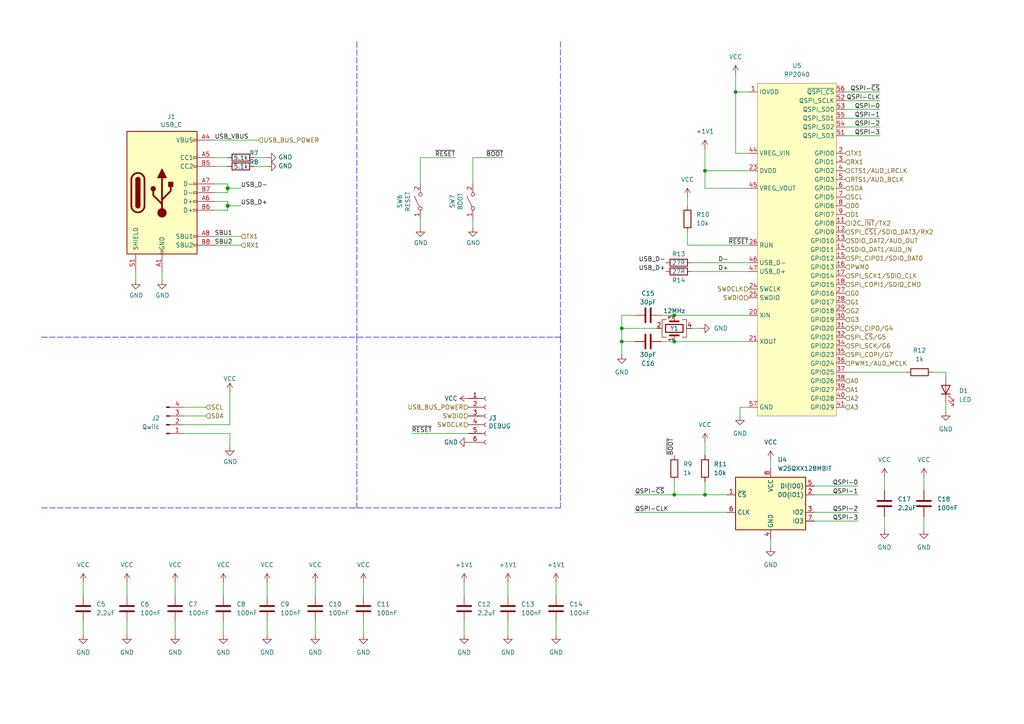
<source format=kicad_sch>
(kicad_sch (version 20211123) (generator eeschema)
  (paper "A4")
  (title_block (title "RP2040 base circuit") (date "2022-06-12") (rev "1.0") (comment 1 "CC-BY-SA"))
  (lib_symbols
    (symbol "Connector:Conn_01x04_Male" (pin_names (offset 1.016) hide)
      (property "Reference" "J" (at 0 5.08 0))
      (property "Value" "Conn_01x04_Male" (at 0 -7.62 0))
      (symbol "Conn_01x04_Male_1_1"
        (polyline (pts (xy 1.27 -5.08) (xy 0.8636 -5.08)) (stroke (width 0.1524)))
        (polyline (pts (xy 1.27 -2.54) (xy 0.8636 -2.54)) (stroke (width 0.1524)))
        (polyline (pts (xy 1.27 0) (xy 0.8636 0)) (stroke (width 0.1524)))
        (polyline (pts (xy 1.27 2.54) (xy 0.8636 2.54)) (stroke (width 0.1524)))
        (rectangle (start 0.8636 -4.953) (end 0 -5.207) (stroke (width 0.1524)) (fill (type outline)))
        (rectangle (start 0.8636 -2.413) (end 0 -2.667) (stroke (width 0.1524)) (fill (type outline)))
        (rectangle (start 0.8636 0.127) (end 0 -0.127) (stroke (width 0.1524)) (fill (type outline)))
        (rectangle (start 0.8636 2.667) (end 0 2.413) (stroke (width 0.1524)) (fill (type outline)))
        (pin passive line (at 5.08 2.54 180) (length 3.81) (name "Pin_1") (number "1"))
        (pin passive line (at 5.08 0 180) (length 3.81) (name "Pin_2") (number "2"))
        (pin passive line (at 5.08 -2.54 180) (length 3.81) (name "Pin_3") (number "3"))
        (pin passive line (at 5.08 -5.08 180) (length 3.81) (name "Pin_4") (number "4"))
      )
    )
    (symbol "Connector:Conn_01x06_Female" (pin_names (offset 1.016) hide)
      (property "Reference" "J" (at 0 7.62 0))
      (property "Value" "Conn_01x06_Female" (at 0 -10.16 0))
      (symbol "Conn_01x06_Female_1_1"
        (arc (start 0 -7.112) (mid -0.508 -7.62) (end 0 -8.128) (stroke (width 0.1524)))
        (arc (start 0 -4.572) (mid -0.508 -5.08) (end 0 -5.588) (stroke (width 0.1524)))
        (arc (start 0 -2.032) (mid -0.508 -2.54) (end 0 -3.048) (stroke (width 0.1524)))
        (polyline (pts (xy -1.27 -7.62) (xy -0.508 -7.62)) (stroke (width 0.1524)))
        (polyline (pts (xy -1.27 -5.08) (xy -0.508 -5.08)) (stroke (width 0.1524)))
        (polyline (pts (xy -1.27 -2.54) (xy -0.508 -2.54)) (stroke (width 0.1524)))
        (polyline (pts (xy -1.27 0) (xy -0.508 0)) (stroke (width 0.1524)))
        (polyline (pts (xy -1.27 2.54) (xy -0.508 2.54)) (stroke (width 0.1524)))
        (polyline (pts (xy -1.27 5.08) (xy -0.508 5.08)) (stroke (width 0.1524)))
        (arc (start 0 0.508) (mid -0.508 0) (end 0 -0.508) (stroke (width 0.1524)))
        (arc (start 0 3.048) (mid -0.508 2.54) (end 0 2.032) (stroke (width 0.1524)))
        (arc (start 0 5.588) (mid -0.508 5.08) (end 0 4.572) (stroke (width 0.1524)))
        (pin passive line (at -5.08 5.08 0) (length 3.81) (name "Pin_1") (number "1"))
        (pin passive line (at -5.08 2.54 0) (length 3.81) (name "Pin_2") (number "2"))
        (pin passive line (at -5.08 0 0) (length 3.81) (name "Pin_3") (number "3"))
        (pin passive line (at -5.08 -2.54 0) (length 3.81) (name "Pin_4") (number "4"))
        (pin passive line (at -5.08 -5.08 0) (length 3.81) (name "Pin_5") (number "5"))
        (pin passive line (at -5.08 -7.62 0) (length 3.81) (name "Pin_6") (number "6"))
      )
    )
    (symbol "Device:C" (pin_numbers hide) (pin_names (offset 0.254))
      (property "Reference" "C" (at 0.635 2.54 0))
      (property "Value" "C" (at 0.635 -2.54 0))
      (symbol "C_0_1"
        (polyline (pts (xy -2.032 -0.762) (xy 2.032 -0.762)) (stroke (width 0.508)))
        (polyline (pts (xy -2.032 0.762) (xy 2.032 0.762)) (stroke (width 0.508)))
      )
      (symbol "C_1_1"
        (pin passive line (at 0 3.81 270) (length 2.794) (name "~") (number "1"))
        (pin passive line (at 0 -3.81 90) (length 2.794) (name "~") (number "2"))
      )
    )
    (symbol "Device:Crystal_GND24" (pin_names (offset 1.016) hide)
      (property "Reference" "Y" (at 3.175 5.08 0))
      (property "Value" "Crystal_GND24" (at 3.175 3.175 0))
      (symbol "Crystal_GND24_0_1"
        (rectangle (start -1.143 2.54) (end 1.143 -2.54) (stroke (width 0.3048)))
        (polyline (pts (xy -2.54 0) (xy -2.032 0)))
        (polyline (pts (xy -2.032 -1.27) (xy -2.032 1.27)) (stroke (width 0.508)))
        (polyline (pts (xy 0 -3.81) (xy 0 -3.556)))
        (polyline (pts (xy 0 3.556) (xy 0 3.81)))
        (polyline (pts (xy 2.032 -1.27) (xy 2.032 1.27)) (stroke (width 0.508)))
        (polyline (pts (xy 2.032 0) (xy 2.54 0)))
        (polyline (pts (xy -2.54 -2.286) (xy -2.54 -3.556) (xy 2.54 -3.556) (xy 2.54 -2.286)))
        (polyline (pts (xy -2.54 2.286) (xy -2.54 3.556) (xy 2.54 3.556) (xy 2.54 2.286)))
      )
      (symbol "Crystal_GND24_1_1"
        (pin passive line (at -3.81 0 0) (length 1.27) (name "1") (number "1"))
        (pin passive line (at 0 5.08 270) (length 1.27) (name "2") (number "2"))
        (pin passive line (at 3.81 0 180) (length 1.27) (name "3") (number "3"))
        (pin passive line (at 0 -5.08 90) (length 1.27) (name "4") (number "4"))
      )
    )
    (symbol "Device:LED" (pin_numbers hide) (pin_names (offset 1.016) hide)
      (property "Reference" "D" (at 0 2.54 0))
      (property "Value" "LED" (at 0 -2.54 0))
      (symbol "LED_0_1"
        (polyline (pts (xy -1.27 -1.27) (xy -1.27 1.27)) (stroke (width 0.254)))
        (polyline (pts (xy -1.27 0) (xy 1.27 0)))
        (polyline (pts (xy 1.27 -1.27) (xy 1.27 1.27) (xy -1.27 0) (xy 1.27 -1.27)) (stroke (width 0.254)))
        (polyline (pts (xy -3.048 -0.762) (xy -4.572 -2.286) (xy -3.81 -2.286) (xy -4.572 -2.286) (xy -4.572 -1.524)))
        (polyline (pts (xy -1.778 -0.762) (xy -3.302 -2.286) (xy -2.54 -2.286) (xy -3.302 -2.286) (xy -3.302 -1.524)))
      )
      (symbol "LED_1_1"
        (pin passive line (at -3.81 0 0) (length 2.54) (name "K") (number "1"))
        (pin passive line (at 3.81 0 180) (length 2.54) (name "A") (number "2"))
      )
    )
    (symbol "Device:R" (pin_numbers hide) (pin_names (offset 0))
      (property "Reference" "R" (at 2.032 0 90))
      (property "Value" "R" (at 0 0 90))
      (symbol "R_0_1"
        (rectangle (start -1.016 -2.54) (end 1.016 2.54) (stroke (width 0.254)))
      )
      (symbol "R_1_1"
        (pin passive line (at 0 3.81 270) (length 1.27) (name "~") (number "1"))
        (pin passive line (at 0 -3.81 90) (length 1.27) (name "~") (number "2"))
      )
    )
    (symbol "MCU_RaspberryPi:RP2040"
      (property "Reference" "U" (at 11.43 1.27 0))
      (property "Value" "RP2040" (at 0 -97.79 0))
      (symbol "RP2040_0_0"
        (pin power_in line (at -13.97 -2.54 0) (length 2.54) (name "IOVDD") (number "1"))
        (pin passive line (at -13.97 -2.54 0) (length 2.54) hide (name "IOVDD") (number "10"))
        (pin bidirectional line (at 13.97 -40.64 180) (length 2.54) (name "GPIO8") (number "11"))
        (pin bidirectional line (at 13.97 -20.32 180) (length 2.54) (name "GPIO0") (number "2"))
        (pin bidirectional line (at 13.97 -22.86 180) (length 2.54) (name "GPIO1") (number "3"))
        (pin bidirectional line (at 13.97 -25.4 180) (length 2.54) (name "GPIO2") (number "4"))
        (pin bidirectional line (at 13.97 -27.94 180) (length 2.54) (name "GPIO3") (number "5"))
        (pin bidirectional line (at 13.97 -30.48 180) (length 2.54) (name "GPIO4") (number "6"))
        (pin bidirectional line (at 13.97 -33.02 180) (length 2.54) (name "GPIO5") (number "7"))
        (pin bidirectional line (at 13.97 -35.56 180) (length 2.54) (name "GPIO6") (number "8"))
        (pin bidirectional line (at 13.97 -38.1 180) (length 2.54) (name "GPIO7") (number "9"))
      )
      (symbol "RP2040_0_1"
        (rectangle (start -11.43 0) (end 11.43 -96.52) (stroke (width 0.001)) (fill (type background)))
      )
      (symbol "RP2040_1_1"
        (pin bidirectional line (at 13.97 -43.18 180) (length 2.54) (name "GPIO9") (number "12"))
        (pin bidirectional line (at 13.97 -45.72 180) (length 2.54) (name "GPIO10") (number "13"))
        (pin bidirectional line (at 13.97 -48.26 180) (length 2.54) (name "GPIO11") (number "14"))
        (pin bidirectional line (at 13.97 -50.8 180) (length 2.54) (name "GPIO12") (number "15"))
        (pin bidirectional line (at 13.97 -53.34 180) (length 2.54) (name "GPIO13") (number "16"))
        (pin bidirectional line (at 13.97 -55.88 180) (length 2.54) (name "GPIO14") (number "17"))
        (pin bidirectional line (at 13.97 -58.42 180) (length 2.54) (name "GPIO15") (number "18"))
        (pin passive line (at -13.97 -93.98 0) (length 2.54) hide (name "TESTEN") (number "19"))
        (pin input line (at -13.97 -67.31 0) (length 2.54) (name "XIN") (number "20"))
        (pin output line (at -13.97 -74.93 0) (length 2.54) (name "XOUT") (number "21"))
        (pin passive line (at -13.97 -2.54 0) (length 2.54) hide (name "IOVDD") (number "22"))
        (pin power_in line (at -13.97 -25.4 0) (length 2.54) (name "DVDD") (number "23"))
        (pin input line (at -13.97 -59.69 0) (length 2.54) (name "SWCLK") (number "24"))
        (pin bidirectional line (at -13.97 -62.23 0) (length 2.54) (name "SWDIO") (number "25"))
        (pin input line (at -13.97 -46.99 0) (length 2.54) (name "RUN") (number "26"))
        (pin bidirectional line (at 13.97 -60.96 180) (length 2.54) (name "GPIO16") (number "27"))
        (pin bidirectional line (at 13.97 -63.5 180) (length 2.54) (name "GPIO17") (number "28"))
        (pin bidirectional line (at 13.97 -66.04 180) (length 2.54) (name "GPIO18") (number "29"))
        (pin bidirectional line (at 13.97 -68.58 180) (length 2.54) (name "GPIO19") (number "30"))
        (pin bidirectional line (at 13.97 -71.12 180) (length 2.54) (name "GPIO20") (number "31"))
        (pin bidirectional line (at 13.97 -73.66 180) (length 2.54) (name "GPIO21") (number "32"))
        (pin passive line (at -13.97 -2.54 0) (length 2.54) hide (name "IOVDD") (number "33"))
        (pin bidirectional line (at 13.97 -76.2 180) (length 2.54) (name "GPIO22") (number "34"))
        (pin bidirectional line (at 13.97 -78.74 180) (length 2.54) (name "GPIO23") (number "35"))
        (pin bidirectional line (at 13.97 -81.28 180) (length 2.54) (name "GPIO24") (number "36"))
        (pin bidirectional line (at 13.97 -83.82 180) (length 2.54) (name "GPIO25") (number "37"))
        (pin bidirectional line (at 13.97 -86.36 180) (length 2.54) (name "GPIO26") (number "38"))
        (pin bidirectional line (at 13.97 -88.9 180) (length 2.54) (name "GPIO27") (number "39"))
        (pin bidirectional line (at 13.97 -91.44 180) (length 2.54) (name "GPIO28") (number "40"))
        (pin bidirectional line (at 13.97 -93.98 180) (length 2.54) (name "GPIO29") (number "41"))
        (pin passive line (at -13.97 -2.54 0) (length 2.54) hide (name "IOVDD") (number "42"))
        (pin passive line (at -13.97 -2.54 0) (length 2.54) hide (name "ADC_AVDD") (number "43"))
        (pin power_in line (at -13.97 -20.32 0) (length 2.54) (name "VREG_VIN") (number "44"))
        (pin power_out line (at -13.97 -30.48 0) (length 2.54) (name "VREG_VOUT") (number "45"))
        (pin bidirectional line (at -13.97 -52.07 0) (length 2.54) (name "USB_D-") (number "46"))
        (pin bidirectional line (at -13.97 -54.61 0) (length 2.54) (name "USB_D+") (number "47"))
        (pin passive line (at -13.97 -2.54 0) (length 2.54) hide (name "USB_VDD") (number "48"))
        (pin passive line (at -13.97 -2.54 0) (length 2.54) hide (name "IOVDD") (number "49"))
        (pin passive line (at -13.97 -25.4 0) (length 2.54) hide (name "DVDD") (number "50"))
        (pin bidirectional line (at 13.97 -15.24 180) (length 2.54) (name "QSPI_SD3") (number "51"))
        (pin output line (at 13.97 -5.08 180) (length 2.54) (name "QSPI_SCLK") (number "52"))
        (pin bidirectional line (at 13.97 -7.62 180) (length 2.54) (name "QSPI_SD0") (number "53"))
        (pin bidirectional line (at 13.97 -12.7 180) (length 2.54) (name "QSPI_SD2") (number "54"))
        (pin bidirectional line (at 13.97 -10.16 180) (length 2.54) (name "QSPI_SD1") (number "55"))
        (pin input line (at 13.97 -2.54 180) (length 2.54) (name "~{QSPI_CS}") (number "56"))
        (pin power_in line (at -13.97 -93.98 0) (length 2.54) (name "GND") (number "57"))
      )
    )
    (symbol "Memory_Flash:W25Q128JVS"
      (property "Reference" "U" (at -8.89 8.89 0))
      (property "Value" "W25Q128JVS" (at 7.62 8.89 0))
      (symbol "W25Q128JVS_0_1"
        (rectangle (start -10.16 7.62) (end 10.16 -7.62) (stroke (width 0.254)) (fill (type background)))
      )
      (symbol "W25Q128JVS_1_1"
        (pin input line (at -12.7 2.54 0) (length 2.54) (name "~{CS}") (number "1"))
        (pin bidirectional line (at 12.7 2.54 180) (length 2.54) (name "DO(IO1)") (number "2"))
        (pin bidirectional line (at 12.7 -2.54 180) (length 2.54) (name "IO2") (number "3"))
        (pin power_in line (at 0 -10.16 90) (length 2.54) (name "GND") (number "4"))
        (pin bidirectional line (at 12.7 5.08 180) (length 2.54) (name "DI(IO0)") (number "5"))
        (pin input line (at -12.7 -2.54 0) (length 2.54) (name "CLK") (number "6"))
        (pin bidirectional line (at 12.7 -5.08 180) (length 2.54) (name "IO3") (number "7"))
        (pin power_in line (at 0 10.16 270) (length 2.54) (name "VCC") (number "8"))
      )
    )
    (symbol "Switch:SW_SPST" (pin_names (offset 0) hide)
      (property "Reference" "SW" (at 0 3.175 0))
      (property "Value" "SW_SPST" (at 0 -2.54 0))
      (symbol "SW_SPST_0_0"
        (circle (center -2.032 0) (radius 0.508))
        (polyline (pts (xy -1.524 0.254) (xy 1.524 1.778)))
        (circle (center 2.032 0) (radius 0.508))
      )
      (symbol "SW_SPST_1_1"
        (pin passive line (at -5.08 0 0) (length 2.54) (name "A") (number "1"))
        (pin passive line (at 5.08 0 180) (length 2.54) (name "B") (number "2"))
      )
    )
    (symbol "charliedistance-rescue:R-device" (pin_numbers hide) (pin_names (offset 0))
      (property "Reference" "R" (at 2.032 0 90))
      (property "Value" "R-device" (at 0 0 90))
      (symbol "R-device_0_1"
        (rectangle (start -1.016 -2.54) (end 1.016 2.54) (stroke (width 0.254)))
      )
      (symbol "R-device_1_1"
        (pin passive line (at 0 3.81 270) (length 1.27) (name "~") (number "1"))
        (pin passive line (at 0 -3.81 90) (length 1.27) (name "~") (number "2"))
      )
    )
    (symbol "charliedistance-rescue:USB_C_Receptacle_USB2.0-Connector" (pin_names (offset 1.016))
      (property "Reference" "J" (at -10.16 19.05 0))
      (property "Value" "USB_C_Receptacle_USB2.0-Connector" (at 19.05 19.05 0))
      (symbol "USB_C_Receptacle_USB2.0-Connector_0_0"
        (rectangle (start -0.254 -17.78) (end 0.254 -16.764))
        (rectangle (start 10.16 -14.986) (end 9.144 -15.494))
        (rectangle (start 10.16 -12.446) (end 9.144 -12.954))
        (rectangle (start 10.16 -4.826) (end 9.144 -5.334))
        (rectangle (start 10.16 -2.286) (end 9.144 -2.794))
        (rectangle (start 10.16 0.254) (end 9.144 -0.254))
        (rectangle (start 10.16 2.794) (end 9.144 2.286))
        (rectangle (start 10.16 7.874) (end 9.144 7.366))
        (rectangle (start 10.16 10.414) (end 9.144 9.906))
        (rectangle (start 10.16 15.494) (end 9.144 14.986))
      )
      (symbol "USB_C_Receptacle_USB2.0-Connector_0_1"
        (rectangle (start -10.16 17.78) (end 10.16 -17.78) (stroke (width 0.254)) (fill (type background)))
        (arc (start -8.89 -3.81) (mid -6.985 -5.715) (end -5.08 -3.81) (stroke (width 0.508)))
        (arc (start -7.62 -3.81) (mid -6.985 -4.445) (end -6.35 -3.81) (stroke (width 0.254)))
        (arc (start -7.62 -3.81) (mid -6.985 -4.445) (end -6.35 -3.81) (stroke (width 0.254)) (fill (type outline)))
        (rectangle (start -7.62 -3.81) (end -6.35 3.81) (stroke (width 0.254)) (fill (type outline)))
        (arc (start -6.35 3.81) (mid -6.985 4.445) (end -7.62 3.81) (stroke (width 0.254)))
        (arc (start -6.35 3.81) (mid -6.985 4.445) (end -7.62 3.81) (stroke (width 0.254)) (fill (type outline)))
        (arc (start -5.08 3.81) (mid -6.985 5.715) (end -8.89 3.81) (stroke (width 0.508)))
        (circle (center -2.54 1.143) (radius 0.635) (stroke (width 0.254)) (fill (type outline)))
        (circle (center 0 -5.842) (radius 1.27) (fill (type outline)))
        (polyline (pts (xy -8.89 -3.81) (xy -8.89 3.81)) (stroke (width 0.508)))
        (polyline (pts (xy -5.08 3.81) (xy -5.08 -3.81)) (stroke (width 0.508)))
        (polyline (pts (xy 0 -5.842) (xy 0 4.318)) (stroke (width 0.508)))
        (polyline (pts (xy 0 -3.302) (xy -2.54 -0.762) (xy -2.54 0.508)) (stroke (width 0.508)))
        (polyline (pts (xy 0 -2.032) (xy 2.54 0.508) (xy 2.54 1.778)) (stroke (width 0.508)))
        (polyline (pts (xy -1.27 4.318) (xy 0 6.858) (xy 1.27 4.318) (xy -1.27 4.318)) (stroke (width 0.254)) (fill (type outline)))
        (rectangle (start 1.905 1.778) (end 3.175 3.048) (stroke (width 0.254)) (fill (type outline)))
      )
      (symbol "USB_C_Receptacle_USB2.0-Connector_1_1"
        (pin power_in line (at 0 -22.86 90) (length 5.08) (name "GND") (number "A1"))
        (pin passive line (at 0 -22.86 90) (length 5.08) hide (name "GND") (number "A12"))
        (pin power_in line (at 15.24 15.24 180) (length 5.08) (name "VBUS") (number "A4"))
        (pin bidirectional line (at 15.24 10.16 180) (length 5.08) (name "CC1") (number "A5"))
        (pin bidirectional line (at 15.24 -2.54 180) (length 5.08) (name "D+") (number "A6"))
        (pin bidirectional line (at 15.24 2.54 180) (length 5.08) (name "D-") (number "A7"))
        (pin bidirectional line (at 15.24 -12.7 180) (length 5.08) (name "SBU1") (number "A8"))
        (pin passive line (at 15.24 15.24 180) (length 5.08) hide (name "VBUS") (number "A9"))
        (pin passive line (at 0 -22.86 90) (length 5.08) hide (name "GND") (number "B1"))
        (pin passive line (at 0 -22.86 90) (length 5.08) hide (name "GND") (number "B12"))
        (pin passive line (at 15.24 15.24 180) (length 5.08) hide (name "VBUS") (number "B4"))
        (pin bidirectional line (at 15.24 7.62 180) (length 5.08) (name "CC2") (number "B5"))
        (pin bidirectional line (at 15.24 -5.08 180) (length 5.08) (name "D+") (number "B6"))
        (pin bidirectional line (at 15.24 0 180) (length 5.08) (name "D-") (number "B7"))
        (pin bidirectional line (at 15.24 -15.24 180) (length 5.08) (name "SBU2") (number "B8"))
        (pin passive line (at 15.24 15.24 180) (length 5.08) hide (name "VBUS") (number "B9"))
        (pin passive line (at -7.62 -22.86 90) (length 5.08) (name "SHIELD") (number "S1"))
      )
    )
    (symbol "power:+1V1" (power) (pin_names (offset 0))
      (property "Value" "+1V1" (at 0 3.556 0))
      (symbol "+1V1_0_1"
        (polyline (pts (xy -0.762 1.27) (xy 0 2.54)))
        (polyline (pts (xy 0 0) (xy 0 2.54)))
        (polyline (pts (xy 0 2.54) (xy 0.762 1.27)))
      )
      (symbol "+1V1_1_1"
        (pin power_in line (at 0 0 90) (length 0) hide (name "+1V1") (number "1"))
      )
    )
    (symbol "power:GND" (power) (pin_names (offset 0))
      (property "Value" "GND" (at 0 -3.81 0))
      (symbol "GND_0_1"
        (polyline (pts (xy 0 0) (xy 0 -1.27) (xy 1.27 -1.27) (xy 0 -2.54) (xy -1.27 -1.27) (xy 0 -1.27)))
      )
      (symbol "GND_1_1"
        (pin power_in line (at 0 0 270) (length 0) hide (name "GND") (number "1"))
      )
    )
    (symbol "power:VCC" (power) (pin_names (offset 0))
      (property "Value" "VCC" (at 0 3.81 0))
      (symbol "VCC_0_1"
        (polyline (pts (xy -0.762 1.27) (xy 0 2.54)))
        (polyline (pts (xy 0 0) (xy 0 2.54)))
        (polyline (pts (xy 0 2.54) (xy 0.762 1.27)))
      )
      (symbol "VCC_1_1"
        (pin power_in line (at 0 0 90) (length 0) hide (name "VCC") (number "1"))
      )
    )
  )
  (junction (at 195.58 99.06))
  (junction (at 66.04 59.69) (diameter 1.016))
  (junction (at 195.58 143.51))
  (junction (at 180.34 99.06))
  (junction (at 180.34 95.25))
  (junction (at 204.47 49.53))
  (junction (at 213.36 26.67))
  (junction (at 195.58 91.44))
  (junction (at 66.04 54.61) (diameter 1.016))
  (junction (at 204.47 143.51))
  (wire (pts (xy 66.04 60.96) (xy 62.23 60.96)))
  (wire (pts (xy 256.54 149.86) (xy 256.54 153.67)))
  (wire (pts (xy 195.58 99.06) (xy 217.17 99.06)))
  (polyline (pts (xy 103.505 97.79) (xy 103.505 147.32)) (stroke (width 0) (type dash)))
  (wire (pts (xy 161.29 168.91) (xy 161.29 172.72)))
  (wire (pts (xy 256.54 138.43) (xy 256.54 142.24)))
  (wire (pts (xy 147.32 180.34) (xy 147.32 184.15)))
  (wire (pts (xy 245.11 107.95) (xy 262.89 107.95)))
  (wire (pts (xy 105.41 180.34) (xy 105.41 184.15)))
  (wire (pts (xy 223.52 133.35) (xy 223.52 135.89)))
  (wire (pts (xy 217.17 71.12) (xy 199.39 71.12)))
  (polyline (pts (xy 162.56 97.79) (xy 162.56 147.32)))
  (wire (pts (xy 184.15 143.51) (xy 195.58 143.51)))
  (wire (pts (xy 62.23 58.42) (xy 66.04 58.42)))
  (wire (pts (xy 217.17 44.45) (xy 213.36 44.45)))
  (wire (pts (xy 66.04 54.61) (xy 66.04 55.88)))
  (wire (pts (xy 119.38 125.73) (xy 135.89 125.73)))
  (wire (pts (xy 213.36 21.59) (xy 213.36 26.67)))
  (wire (pts (xy 245.11 31.75) (xy 255.27 31.75)))
  (wire (pts (xy 62.23 68.58) (xy 69.85 68.58)))
  (wire (pts (xy 66.04 53.34) (xy 66.04 54.61)))
  (wire (pts (xy 53.34 120.65) (xy 59.69 120.65)))
  (wire (pts (xy 62.23 53.34) (xy 66.04 53.34)))
  (wire (pts (xy 245.11 36.83) (xy 255.27 36.83)))
  (polyline (pts (xy 12.065 147.32) (xy 103.505 147.32)) (stroke (width 0) (type dash)))
  (wire (pts (xy 50.8 168.91) (xy 50.8 172.72)))
  (wire (pts (xy 134.62 180.34) (xy 134.62 184.15)))
  (wire (pts (xy 199.39 57.15) (xy 199.39 59.69)))
  (wire (pts (xy 204.47 43.18) (xy 204.47 49.53)))
  (polyline (pts (xy 162.56 12.065) (xy 162.56 97.79)) (stroke (width 0) (type dash)))
  (wire (pts (xy 200.66 76.2) (xy 217.17 76.2)))
  (wire (pts (xy 134.62 168.91) (xy 134.62 172.72)))
  (wire (pts (xy 214.63 118.11) (xy 214.63 120.65)))
  (wire (pts (xy 180.34 99.06) (xy 180.34 102.87)))
  (wire (pts (xy 77.47 48.26) (xy 73.66 48.26)))
  (wire (pts (xy 210.82 148.59) (xy 184.15 148.59)))
  (wire (pts (xy 121.92 45.72) (xy 121.92 53.34)))
  (wire (pts (xy 137.16 63.5) (xy 137.16 66.04)))
  (wire (pts (xy 274.32 107.95) (xy 274.32 109.22)))
  (wire (pts (xy 77.47 168.91) (xy 77.47 172.72)))
  (wire (pts (xy 210.82 143.51) (xy 204.47 143.51)))
  (wire (pts (xy 24.13 168.91) (xy 24.13 172.72)))
  (wire (pts (xy 184.15 99.06) (xy 180.34 99.06)))
  (wire (pts (xy 137.16 45.72) (xy 137.16 53.34)))
  (wire (pts (xy 236.22 143.51) (xy 248.92 143.51)))
  (wire (pts (xy 204.47 143.51) (xy 195.58 143.51)))
  (wire (pts (xy 91.44 168.91) (xy 91.44 172.72)))
  (wire (pts (xy 91.44 180.34) (xy 91.44 184.15)))
  (wire (pts (xy 217.17 54.61) (xy 204.47 54.61)))
  (wire (pts (xy 74.93 40.64) (xy 62.23 40.64)))
  (wire (pts (xy 223.52 156.21) (xy 223.52 158.75)))
  (wire (pts (xy 161.29 180.34) (xy 161.29 184.15)))
  (wire (pts (xy 270.51 107.95) (xy 274.32 107.95)))
  (wire (pts (xy 53.34 125.73) (xy 66.675 125.73)))
  (wire (pts (xy 53.34 123.19) (xy 66.675 123.19)))
  (wire (pts (xy 180.34 95.25) (xy 190.5 95.25)))
  (wire (pts (xy 36.83 180.34) (xy 36.83 184.15)))
  (wire (pts (xy 62.23 71.12) (xy 69.85 71.12)))
  (wire (pts (xy 62.23 45.72) (xy 66.04 45.72)))
  (wire (pts (xy 245.11 26.67) (xy 255.27 26.67)))
  (wire (pts (xy 204.47 128.27) (xy 204.47 132.08)))
  (wire (pts (xy 236.22 148.59) (xy 248.92 148.59)))
  (wire (pts (xy 236.22 140.97) (xy 248.92 140.97)))
  (wire (pts (xy 66.04 58.42) (xy 66.04 59.69)))
  (wire (pts (xy 267.97 138.43) (xy 267.97 142.24)))
  (polyline (pts (xy 12.065 97.79) (xy 103.505 97.79)) (stroke (width 0) (type dash)))
  (polyline (pts (xy 162.56 147.32) (xy 102.87 147.32)))
  (wire (pts (xy 66.04 59.69) (xy 69.85 59.69)))
  (wire (pts (xy 180.34 95.25) (xy 180.34 99.06)))
  (wire (pts (xy 200.66 78.74) (xy 217.17 78.74)))
  (wire (pts (xy 64.77 168.91) (xy 64.77 172.72)))
  (wire (pts (xy 180.34 91.44) (xy 180.34 95.25)))
  (wire (pts (xy 217.17 118.11) (xy 214.63 118.11)))
  (wire (pts (xy 66.04 55.88) (xy 62.23 55.88)))
  (wire (pts (xy 64.77 180.34) (xy 64.77 184.15)))
  (wire (pts (xy 195.58 91.44) (xy 217.17 91.44)))
  (wire (pts (xy 147.32 168.91) (xy 147.32 172.72)))
  (wire (pts (xy 36.83 168.91) (xy 36.83 172.72)))
  (wire (pts (xy 66.04 59.69) (xy 66.04 60.96)))
  (wire (pts (xy 191.77 91.44) (xy 195.58 91.44)))
  (wire (pts (xy 267.97 149.86) (xy 267.97 153.67)))
  (wire (pts (xy 245.11 39.37) (xy 255.27 39.37)))
  (wire (pts (xy 204.47 139.7) (xy 204.47 143.51)))
  (wire (pts (xy 77.47 180.34) (xy 77.47 184.15)))
  (wire (pts (xy 73.66 45.72) (xy 77.47 45.72)))
  (wire (pts (xy 132.08 45.72) (xy 121.92 45.72)))
  (wire (pts (xy 66.675 125.73) (xy 66.675 129.54)))
  (wire (pts (xy 46.99 78.74) (xy 46.99 81.28)))
  (wire (pts (xy 245.11 29.21) (xy 255.27 29.21)))
  (wire (pts (xy 24.13 180.34) (xy 24.13 184.15)))
  (wire (pts (xy 199.39 71.12) (xy 199.39 67.31)))
  (wire (pts (xy 137.16 45.72) (xy 146.05 45.72)))
  (wire (pts (xy 39.37 78.74) (xy 39.37 81.28)))
  (wire (pts (xy 62.23 48.26) (xy 66.04 48.26)))
  (wire (pts (xy 184.15 91.44) (xy 180.34 91.44)))
  (wire (pts (xy 66.675 113.665) (xy 66.675 123.19)))
  (wire (pts (xy 121.92 63.5) (xy 121.92 66.04)))
  (wire (pts (xy 105.41 168.91) (xy 105.41 172.72)))
  (wire (pts (xy 217.17 26.67) (xy 213.36 26.67)))
  (wire (pts (xy 204.47 49.53) (xy 204.47 54.61)))
  (wire (pts (xy 200.66 95.25) (xy 203.2 95.25)))
  (wire (pts (xy 274.32 116.84) (xy 274.32 119.38)))
  (polyline (pts (xy 162.56 97.79) (xy 103.505 97.79)) (stroke (width 0) (type dash)))
  (wire (pts (xy 204.47 49.53) (xy 217.17 49.53)))
  (wire (pts (xy 66.04 54.61) (xy 69.85 54.61)))
  (wire (pts (xy 213.36 44.45) (xy 213.36 26.67)))
  (wire (pts (xy 50.8 180.34) (xy 50.8 184.15)))
  (wire (pts (xy 53.34 118.11) (xy 59.69 118.11)))
  (wire (pts (xy 245.11 34.29) (xy 255.27 34.29)))
  (wire (pts (xy 236.22 151.13) (xy 248.92 151.13)))
  (wire (pts (xy 195.58 139.7) (xy 195.58 143.51)))
  (polyline (pts (xy 103.505 12.065) (xy 103.505 97.79)) (stroke (width 0) (type dash)))
  (wire (pts (xy 191.77 99.06) (xy 195.58 99.06)))
  (label "QSPI-~{CS}" (at 255.27 26.67 180))
  (label "USB_D+" (at 193.04 78.74 180))
  (label "~{RESET}" (at 119.38 125.73 0))
  (label "USB_VBUS" (at 62.23 40.64 0))
  (label "QSPI-1" (at 248.92 143.51 180))
  (label "USB_D+" (at 69.85 59.69 0))
  (label "QSPI-2" (at 248.92 148.59 180))
  (label "QSPI-3" (at 248.92 151.13 180))
  (label "~{BOOT}" (at 146.05 45.72 180))
  (label "QSPI-~{CS}" (at 184.15 143.51 0))
  (label "~{BOOT}" (at 195.58 132.08 90))
  (label "D+" (at 208.28 78.74 0))
  (label "QSPI-0" (at 248.92 140.97 180))
  (label "SBU2" (at 62.23 71.12 0))
  (label "QSPI-0" (at 255.27 31.75 180))
  (label "SBU1" (at 62.23 68.58 0))
  (label "~{RESET}" (at 132.08 45.72 180))
  (label "USB_D-" (at 69.85 54.61 0))
  (label "QSPI-2" (at 255.27 36.83 180))
  (label "D-" (at 208.28 76.2 0))
  (label "~{RESET}" (at 217.17 71.12 180))
  (label "QSPI-1" (at 255.27 34.29 180))
  (label "QSPI-3" (at 255.27 39.37 180))
  (label "QSPI-CLK" (at 184.15 148.59 0))
  (label "USB_D-" (at 193.04 76.2 180))
  (label "QSPI-CLK" (at 255.27 29.21 180))
  (hierarchical_label "D1" (shape input) (at 245.11 62.23 0))
  (hierarchical_label "SPI_COPI1{slash}SDIO_CMD" (shape input) (at 245.11 82.55 0))
  (hierarchical_label "SPI_SCK1{slash}SDIO_CLK" (shape input) (at 245.11 80.01 0))
  (hierarchical_label "SPI_SCK{slash}G6" (shape input) (at 245.11 100.33 0))
  (hierarchical_label "SPI_~{CS}{slash}G5" (shape input) (at 245.11 97.79 0))
  (hierarchical_label "TX1" (shape input) (at 245.11 44.45 0))
  (hierarchical_label "A3" (shape input) (at 245.11 118.11 0))
  (hierarchical_label "SPI_COPI{slash}G7" (shape input) (at 245.11 102.87 0))
  (hierarchical_label "D0" (shape input) (at 245.11 59.69 0))
  (hierarchical_label "SWDCLK" (shape input) (at 135.89 123.19 180))
  (hierarchical_label "SCL" (shape input) (at 245.11 57.15 0))
  (hierarchical_label "RTS1{slash}AUD_BCLK" (shape input) (at 245.11 52.07 0))
  (hierarchical_label "USB_BUS_POWER" (shape input) (at 74.93 40.64 0))
  (hierarchical_label "SCL" (shape input) (at 59.69 118.11 0))
  (hierarchical_label "A0" (shape input) (at 245.11 110.49 0))
  (hierarchical_label "SPI_CIPO1{slash}SDIO_DAT0" (shape input) (at 245.11 74.93 0))
  (hierarchical_label "I2C_~{INT}{slash}TX2" (shape input) (at 245.11 64.77 0))
  (hierarchical_label "A1" (shape input) (at 245.11 113.03 0))
  (hierarchical_label "PWM1{slash}AUD_MCLK" (shape input) (at 245.11 105.41 0))
  (hierarchical_label "G3" (shape input) (at 245.11 92.71 0))
  (hierarchical_label "SPI_CIPO{slash}G4" (shape input) (at 245.11 95.25 0))
  (hierarchical_label "TX1" (shape input) (at 69.85 68.58 0))
  (hierarchical_label "A2" (shape input) (at 245.11 115.57 0))
  (hierarchical_label "CTS1{slash}AUD_LRCLK" (shape input) (at 245.11 49.53 0))
  (hierarchical_label "SDIO_DAT1{slash}AUD_IN" (shape input) (at 245.11 72.39 0))
  (hierarchical_label "SDIO_DAT2{slash}AUD_OUT" (shape input) (at 245.11 69.85 0))
  (hierarchical_label "SPI_~{CS1}{slash}SDIO_DAT3{slash}RX2" (shape input) (at 245.11 67.31 0))
  (hierarchical_label "SDA" (shape input) (at 59.69 120.65 0))
  (hierarchical_label "SWDIO" (shape input) (at 217.17 86.36 180))
  (hierarchical_label "RX1" (shape input) (at 69.85 71.12 0))
  (hierarchical_label "G1" (shape input) (at 245.11 87.63 0))
  (hierarchical_label "SDA" (shape input) (at 245.11 54.61 0))
  (hierarchical_label "G0" (shape input) (at 245.11 85.09 0))
  (hierarchical_label "SWDCLK" (shape input) (at 217.17 83.82 180))
  (hierarchical_label "G2" (shape input) (at 245.11 90.17 0))
  (hierarchical_label "RX1" (shape input) (at 245.11 46.99 0))
  (hierarchical_label "SWDIO" (shape input) (at 135.89 120.65 180))
  (hierarchical_label "PWM0" (shape input) (at 245.11 77.47 0))
  (hierarchical_label "USB_BUS_POWER" (shape input) (at 135.89 118.11 180))
  (symbol (lib_id "Switch:SW_SPST") (at 121.92 58.42 90) (unit 1)
    (property "Reference" "SW6" (at 115.951 58.42 0))
    (property "Value" "RESET" (at 118.2624 58.42 0))
    (property "Footprint" "Button_Switch_SMD:SW_SPST_TL3342" (effects hide))
  )
  (symbol (lib_id "power:VCC") (at 24.13 168.91 0) (unit 1)
    (property "Reference" "#PWR0112" (effects hide))
    (property "Value" "VCC" (at 24.13 163.83 0))
  )
  (symbol (lib_id "Switch:SW_SPST") (at 137.16 58.42 90) (unit 1)
    (property "Reference" "SW7" (at 131.191 58.42 0))
    (property "Value" "BOOT" (at 133.5024 58.42 0))
    (property "Footprint" "Button_Switch_SMD:SW_SPST_TL3342" (effects hide))
  )
  (symbol (lib_id "power:GND") (at 24.13 184.15 0) (unit 1)
    (property "Reference" "#PWR022" (effects hide))
    (property "Value" "GND" (at 24.13 189.23 0))
  )
  (symbol (lib_id "Device:C") (at 161.29 176.53 0) (unit 1)
    (property "Reference" "C14" (at 165.1 175.2599 0) (effects (justify left)))
    (property "Value" "100nF" (at 165.1 177.7999 0) (effects (justify left)))
    (property "Footprint" "Capacitor_SMD:C_0603_1608Metric" (effects hide))
  )
  (symbol (lib_id "power:GND") (at 134.62 184.15 0) (unit 1)
    (property "Reference" "#PWR043" (effects hide))
    (property "Value" "GND" (at 134.62 189.23 0))
  )
  (symbol (lib_id "Device:R") (at 199.39 63.5 0) (unit 1)
    (property "Reference" "R10" (at 201.93 62.2299 0) (effects (justify left)))
    (property "Value" "10k" (at 201.93 64.7699 0) (effects (justify left)))
    (property "Footprint" "Resistor_SMD:R_0603_1608Metric" (effects hide))
  )
  (symbol (lib_id "Device:C") (at 24.13 176.53 0) (unit 1)
    (property "Reference" "C5" (at 27.94 175.2599 0) (effects (justify left)))
    (property "Value" "2.2uF" (at 27.94 177.7999 0) (effects (justify left)))
    (property "Footprint" "Capacitor_SMD:C_0603_1608Metric" (effects hide))
  )
  (symbol (lib_id "power:VCC") (at 36.83 168.91 0) (unit 1)
    (property "Reference" "#PWR0113" (effects hide))
    (property "Value" "VCC" (at 36.83 163.83 0))
  )
  (symbol (lib_id "power:+1V1") (at 147.32 168.91 0) (unit 1)
    (property "Reference" "#PWR045" (effects hide))
    (property "Value" "+1V1" (at 147.32 163.83 0))
  )
  (symbol (lib_id "power:VCC") (at 204.47 128.27 0) (unit 1)
    (property "Reference" "#PWR0103" (effects hide))
    (property "Value" "VCC" (at 204.47 123.19 0))
  )
  (symbol (lib_id "charliedistance-rescue:R-device") (at 69.85 48.26 270) (unit 1)
    (property "Reference" "R8" (at 73.66 46.99 90))
    (property "Value" "5.1k" (at 69.85 48.26 90))
    (property "Footprint" "Resistor_SMD:R_0603_1608Metric" (effects hide))
  )
  (symbol (lib_id "power:GND") (at 137.16 66.04 0) (unit 1)
    (property "Reference" "#PWR044" (effects hide))
    (property "Value" "GND" (at 137.287 70.4342 0))
  )
  (symbol (lib_id "Device:C") (at 105.41 176.53 0) (unit 1)
    (property "Reference" "C11" (at 109.22 175.2599 0) (effects (justify left)))
    (property "Value" "100nF" (at 109.22 177.7999 0) (effects (justify left)))
    (property "Footprint" "Capacitor_SMD:C_0603_1608Metric" (effects hide))
  )
  (symbol (lib_id "power:+1V1") (at 161.29 168.91 0) (unit 1)
    (property "Reference" "#PWR047" (effects hide))
    (property "Value" "+1V1" (at 161.29 163.83 0))
  )
  (symbol (lib_id "power:GND") (at 267.97 153.67 0) (unit 1)
    (property "Reference" "#PWR061" (effects hide))
    (property "Value" "GND" (at 267.97 158.75 0))
  )
  (symbol (lib_id "power:VCC") (at 199.39 57.15 0) (unit 1)
    (property "Reference" "#PWR0101" (effects hide))
    (property "Value" "VCC" (at 199.39 52.07 0))
  )
  (symbol (lib_id "Device:R") (at 196.85 76.2 90) (unit 1)
    (property "Reference" "R13" (at 196.85 73.66 90))
    (property "Value" "27R" (at 196.85 76.2 90))
    (property "Footprint" "Resistor_SMD:R_0603_1608Metric" (effects hide))
  )
  (symbol (lib_id "power:+1V1") (at 134.62 168.91 0) (unit 1)
    (property "Reference" "#PWR042" (effects hide))
    (property "Value" "+1V1" (at 134.62 163.83 0))
  )
  (symbol (lib_id "power:VCC") (at 77.47 168.91 0) (unit 1)
    (property "Reference" "#PWR0108" (effects hide))
    (property "Value" "VCC" (at 77.47 163.83 0))
  )
  (symbol (lib_id "power:GND") (at 91.44 184.15 0) (unit 1)
    (property "Reference" "#PWR038" (effects hide))
    (property "Value" "GND" (at 91.44 189.23 0))
  )
  (symbol (lib_id "charliedistance-rescue:USB_C_Receptacle_USB2.0-Connector") (at 46.99 55.88 0) (unit 1)
    (property "Reference" "J1" (at 49.7078 33.8582 0))
    (property "Value" "USB_C" (at 49.7078 36.1696 0))
    (property "Footprint" "Connector_USB:USB_C_Receptacle_XKB_U262-16XN-4BVC11" (effects hide))
    (property "Datasheet" "https://www.usb.org/sites/default/files/documents/usb_type-c.zip" (effects hide))
  )
  (symbol (lib_id "Connector:Conn_01x04_Male") (at 48.26 123.19 0) (mirror x) (unit 1)
    (property "Reference" "J2" (at 46.355 121.2849 0) (effects (justify right)))
    (property "Value" "Qwiic" (at 46.355 123.8249 0) (effects (justify right)))
    (property "Footprint" "Connector_JST:JST_SH_SM04B-SRSS-TB_1x04-1MP_P1.00mm_Horizontal" (effects hide))
  )
  (symbol (lib_id "power:GND") (at 214.63 120.65 0) (unit 1)
    (property "Reference" "#PWR055" (effects hide))
    (property "Value" "GND" (at 214.63 125.73 0))
  )
  (symbol (lib_id "Device:R") (at 266.7 107.95 270) (unit 1)
    (property "Reference" "R12" (at 266.7 101.6 90))
    (property "Value" "1k" (at 266.7 104.14 90))
    (property "Footprint" "Resistor_SMD:R_0603_1608Metric" (effects hide))
  )
  (symbol (lib_id "Device:C") (at 64.77 176.53 0) (unit 1)
    (property "Reference" "C8" (at 68.58 175.2599 0) (effects (justify left)))
    (property "Value" "100nF" (at 68.58 177.7999 0) (effects (justify left)))
    (property "Footprint" "Capacitor_SMD:C_0603_1608Metric" (effects hide))
  )
  (symbol (lib_id "power:GND") (at 36.83 184.15 0) (unit 1)
    (property "Reference" "#PWR024" (effects hide))
    (property "Value" "GND" (at 36.83 189.23 0))
  )
  (symbol (lib_id "Device:C") (at 187.96 91.44 90) (unit 1)
    (property "Reference" "C15" (at 187.96 85.09 90))
    (property "Value" "30pF" (at 187.96 87.63 90))
    (property "Footprint" "Capacitor_SMD:C_0603_1608Metric" (effects hide))
  )
  (symbol (lib_id "power:VCC") (at 135.89 115.57 90) (unit 1)
    (property "Reference" "#PWR021" (effects hide))
    (property "Value" "VCC" (at 130.81 115.57 90))
  )
  (symbol (lib_id "power:GND") (at 274.32 119.38 0) (unit 1)
    (property "Reference" "#PWR027" (effects hide))
    (property "Value" "GND" (at 274.32 124.46 0))
  )
  (symbol (lib_id "Device:Crystal_GND24") (at 195.58 95.25 90) (unit 1)
    (property "Reference" "Y1" (at 195.58 95.25 90))
    (property "Value" "12MHz" (at 195.58 90.17 90))
    (property "Footprint" "Crystal:Crystal_SMD_5032-4Pin_5.0x3.2mm" (effects hide))
  )
  (symbol (lib_id "Device:C") (at 267.97 146.05 0) (unit 1)
    (property "Reference" "C18" (at 271.78 144.7799 0) (effects (justify left)))
    (property "Value" "100nF" (at 271.78 147.3199 0) (effects (justify left)))
    (property "Footprint" "Capacitor_SMD:C_0603_1608Metric" (effects hide))
  )
  (symbol (lib_id "power:GND") (at 77.47 45.72 90) (unit 1)
    (property "Reference" "#PWR033" (effects hide))
    (property "Value" "GND" (at 80.7212 45.593 90) (effects (justify right)))
  )
  (symbol (lib_id "Device:C") (at 36.83 176.53 0) (unit 1)
    (property "Reference" "C6" (at 40.64 175.2599 0) (effects (justify left)))
    (property "Value" "100nF" (at 40.64 177.7999 0) (effects (justify left)))
    (property "Footprint" "Capacitor_SMD:C_0603_1608Metric" (effects hide))
  )
  (symbol (lib_id "Connector:Conn_01x06_Female") (at 140.97 120.65 0) (unit 1)
    (property "Reference" "J3" (at 141.6812 121.2596 0) (effects (justify left)))
    (property "Value" "DEBUG" (at 141.6812 123.571 0) (effects (justify left)))
    (property "Footprint" "Connector_PinHeader_2.54mm:PinHeader_1x06_P2.54mm_Vertical" (effects hide))
  )
  (symbol (lib_id "power:VCC") (at 105.41 168.91 0) (unit 1)
    (property "Reference" "#PWR0111" (effects hide))
    (property "Value" "VCC" (at 105.41 163.83 0))
  )
  (symbol (lib_id "power:GND") (at 256.54 153.67 0) (unit 1)
    (property "Reference" "#PWR059" (effects hide))
    (property "Value" "GND" (at 256.54 158.75 0))
  )
  (symbol (lib_id "power:VCC") (at 91.44 168.91 0) (unit 1)
    (property "Reference" "#PWR0109" (effects hide))
    (property "Value" "VCC" (at 91.44 163.83 0))
  )
  (symbol (lib_id "power:GND") (at 50.8 184.15 0) (unit 1)
    (property "Reference" "#PWR028" (effects hide))
    (property "Value" "GND" (at 50.8 189.23 0))
  )
  (symbol (lib_id "Memory_Flash:W25Q128JVS") (at 223.52 146.05 0) (unit 1)
    (property "Reference" "U4" (at 225.5394 133.35 0) (effects (justify left)))
    (property "Value" "W25QXX128MBIT" (at 225.5394 135.89 0) (effects (justify left)))
    (property "Footprint" "Package_SO:SOIC-8_5.23x5.23mm_P1.27mm" (effects hide))
    (property "Datasheet" "http://www.winbond.com/resource-files/w25q128jv_dtr%20revc%2003272018%20plus.pdf" (effects hide))
  )
  (symbol (lib_id "power:VCC") (at 64.77 168.91 0) (unit 1)
    (property "Reference" "#PWR0107" (effects hide))
    (property "Value" "VCC" (at 64.77 163.83 0))
  )
  (symbol (lib_id "power:GND") (at 46.99 81.28 0) (unit 1)
    (property "Reference" "#PWR026" (effects hide))
    (property "Value" "GND" (at 47.117 85.6742 0))
  )
  (symbol (lib_id "power:GND") (at 147.32 184.15 0) (unit 1)
    (property "Reference" "#PWR046" (effects hide))
    (property "Value" "GND" (at 147.32 189.23 0))
  )
  (symbol (lib_id "power:VCC") (at 223.52 133.35 0) (unit 1)
    (property "Reference" "#PWR0104" (effects hide))
    (property "Value" "VCC" (at 223.52 128.27 0))
  )
  (symbol (lib_id "Device:C") (at 147.32 176.53 0) (unit 1)
    (property "Reference" "C13" (at 151.13 175.2599 0) (effects (justify left)))
    (property "Value" "100nF" (at 151.13 177.7999 0) (effects (justify left)))
    (property "Footprint" "Capacitor_SMD:C_0603_1608Metric" (effects hide))
  )
  (symbol (lib_id "power:GND") (at 180.34 102.87 0) (unit 1)
    (property "Reference" "#PWR049" (effects hide))
    (property "Value" "GND" (at 180.34 107.95 0))
  )
  (symbol (lib_id "power:GND") (at 105.41 184.15 0) (unit 1)
    (property "Reference" "#PWR040" (effects hide))
    (property "Value" "GND" (at 105.41 189.23 0))
  )
  (symbol (lib_id "Device:R") (at 204.47 135.89 0) (unit 1)
    (property "Reference" "R11" (at 207.01 134.6199 0) (effects (justify left)))
    (property "Value" "10k" (at 207.01 137.1599 0) (effects (justify left)))
    (property "Footprint" "Resistor_SMD:R_0603_1608Metric" (effects hide))
  )
  (symbol (lib_id "power:GND") (at 39.37 81.28 0) (unit 1)
    (property "Reference" "#PWR025" (effects hide))
    (property "Value" "GND" (at 39.497 85.6742 0))
  )
  (symbol (lib_id "power:GND") (at 121.92 66.04 0) (unit 1)
    (property "Reference" "#PWR041" (effects hide))
    (property "Value" "GND" (at 122.047 70.4342 0))
  )
  (symbol (lib_id "power:GND") (at 203.2 95.25 90) (unit 1)
    (property "Reference" "#PWR051" (effects hide))
    (property "Value" "GND" (at 207.01 95.2499 90) (effects (justify right)))
  )
  (symbol (lib_id "Device:R") (at 195.58 135.89 0) (unit 1)
    (property "Reference" "R9" (at 198.12 134.6199 0) (effects (justify left)))
    (property "Value" "1k" (at 198.12 137.1599 0) (effects (justify left)))
    (property "Footprint" "Resistor_SMD:R_0603_1608Metric" (effects hide))
  )
  (symbol (lib_id "power:GND") (at 223.52 158.75 0) (unit 1)
    (property "Reference" "#PWR057" (effects hide))
    (property "Value" "GND" (at 223.52 163.83 0))
  )
  (symbol (lib_id "MCU_RaspberryPi:RP2040") (at 231.14 24.13 0) (unit 1)
    (property "Reference" "U5" (at 231.14 19.05 0))
    (property "Value" "RP2040" (at 231.14 21.59 0))
    (property "Footprint" "Package_DFN_QFN_Extra:QFN-56_EP_7x7_Pitch0.4mm" (effects hide))
    (property "Datasheet" "https://datasheets.raspberrypi.org/rp2040/rp2040_datasheet.pdf" (effects hide))
  )
  (symbol (lib_id "power:VCC") (at 66.675 113.665 0) (unit 1)
    (property "Reference" "#PWR031" (effects hide))
    (property "Value" "VCC" (at 66.675 109.855 0))
  )
  (symbol (lib_id "power:VCC") (at 256.54 138.43 0) (unit 1)
    (property "Reference" "#PWR0105" (effects hide))
    (property "Value" "VCC" (at 256.54 133.35 0))
  )
  (symbol (lib_id "power:GND") (at 77.47 184.15 0) (unit 1)
    (property "Reference" "#PWR036" (effects hide))
    (property "Value" "GND" (at 77.47 189.23 0))
  )
  (symbol (lib_id "power:GND") (at 66.675 129.54 0) (unit 1)
    (property "Reference" "#PWR032" (effects hide))
    (property "Value" "GND" (at 66.802 133.9342 0))
  )
  (symbol (lib_id "power:GND") (at 77.47 48.26 90) (unit 1)
    (property "Reference" "#PWR034" (effects hide))
    (property "Value" "GND" (at 80.7212 48.133 90) (effects (justify right)))
  )
  (symbol (lib_id "Device:C") (at 256.54 146.05 0) (unit 1)
    (property "Reference" "C17" (at 260.35 144.7799 0) (effects (justify left)))
    (property "Value" "2.2uF" (at 260.35 147.3199 0) (effects (justify left)))
    (property "Footprint" "Capacitor_SMD:C_0603_1608Metric" (effects hide))
  )
  (symbol (lib_id "Device:C") (at 134.62 176.53 0) (unit 1)
    (property "Reference" "C12" (at 138.43 175.2599 0) (effects (justify left)))
    (property "Value" "2.2uF" (at 138.43 177.7999 0) (effects (justify left)))
    (property "Footprint" "Capacitor_SMD:C_0603_1608Metric" (effects hide))
  )
  (symbol (lib_id "Device:R") (at 196.85 78.74 90) (unit 1)
    (property "Reference" "R14" (at 196.85 81.28 90))
    (property "Value" "27R" (at 196.85 78.74 90))
    (property "Footprint" "Resistor_SMD:R_0603_1608Metric" (effects hide))
  )
  (symbol (lib_id "power:VCC") (at 50.8 168.91 0) (unit 1)
    (property "Reference" "#PWR0110" (effects hide))
    (property "Value" "VCC" (at 50.8 163.83 0))
  )
  (symbol (lib_id "power:VCC") (at 213.36 21.59 0) (unit 1)
    (property "Reference" "#PWR0102" (effects hide))
    (property "Value" "VCC" (at 213.36 16.51 0))
  )
  (symbol (lib_id "Device:C") (at 50.8 176.53 0) (unit 1)
    (property "Reference" "C7" (at 54.61 175.2599 0) (effects (justify left)))
    (property "Value" "100nF" (at 54.61 177.7999 0) (effects (justify left)))
    (property "Footprint" "Capacitor_SMD:C_0603_1608Metric" (effects hide))
  )
  (symbol (lib_id "power:GND") (at 135.89 128.27 270) (unit 1)
    (property "Reference" "#PWR023" (effects hide))
    (property "Value" "GND" (at 130.81 128.27 90))
  )
  (symbol (lib_id "Device:LED") (at 274.32 113.03 90) (unit 1)
    (property "Reference" "D1" (at 278.13 113.3474 90) (effects (justify right)))
    (property "Value" "LED" (at 278.13 115.8874 90) (effects (justify right)))
    (property "Footprint" "LED_SMD:LED_0603_1608Metric" (effects hide))
  )
  (symbol (lib_id "Device:C") (at 77.47 176.53 0) (unit 1)
    (property "Reference" "C9" (at 81.28 175.2599 0) (effects (justify left)))
    (property "Value" "100nF" (at 81.28 177.7999 0) (effects (justify left)))
    (property "Footprint" "Capacitor_SMD:C_0603_1608Metric" (effects hide))
  )
  (symbol (lib_id "Device:C") (at 187.96 99.06 90) (unit 1)
    (property "Reference" "C16" (at 187.96 105.41 90))
    (property "Value" "30pF" (at 187.96 102.87 90))
    (property "Footprint" "Capacitor_SMD:C_0603_1608Metric" (effects hide))
  )
  (symbol (lib_id "Device:C") (at 91.44 176.53 0) (unit 1)
    (property "Reference" "C10" (at 95.25 175.2599 0) (effects (justify left)))
    (property "Value" "100nF" (at 95.25 177.7999 0) (effects (justify left)))
    (property "Footprint" "Capacitor_SMD:C_0603_1608Metric" (effects hide))
  )
  (symbol (lib_id "power:GND") (at 64.77 184.15 0) (unit 1)
    (property "Reference" "#PWR030" (effects hide))
    (property "Value" "GND" (at 64.77 189.23 0))
  )
  (symbol (lib_id "power:GND") (at 161.29 184.15 0) (unit 1)
    (property "Reference" "#PWR048" (effects hide))
    (property "Value" "GND" (at 161.29 189.23 0))
  )
  (symbol (lib_id "power:+1V1") (at 204.47 43.18 0) (unit 1)
    (property "Reference" "#PWR052" (effects hide))
    (property "Value" "+1V1" (at 204.47 38.1 0))
  )
  (symbol (lib_id "charliedistance-rescue:R-device") (at 69.85 45.72 270) (unit 1)
    (property "Reference" "R7" (at 73.66 44.45 90))
    (property "Value" "5.1k" (at 69.85 45.72 90))
    (property "Footprint" "Resistor_SMD:R_0603_1608Metric" (effects hide))
  )
  (symbol (lib_id "power:VCC") (at 267.97 138.43 0) (unit 1)
    (property "Reference" "#PWR0106" (effects hide))
    (property "Value" "VCC" (at 267.97 133.35 0))
  )
)
</source>
